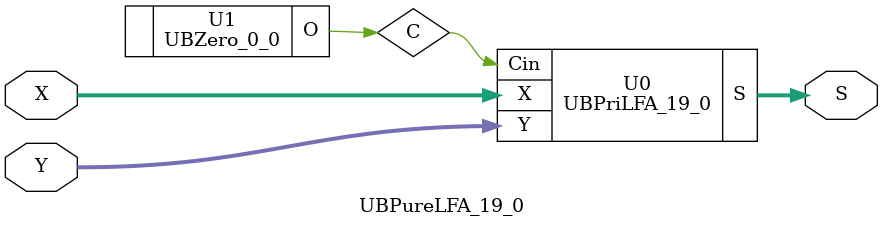
<source format=v>
/*----------------------------------------------------------------------------
  Copyright (c) 2021 Homma laboratory. All rights reserved.

  Top module: UBLFA_19_0_19_0

  Operand-1 length: 20
  Operand-2 length: 20
  Two-operand addition algorithm: Ladner-Fischer adder
----------------------------------------------------------------------------*/

module GPGenerator(Go, Po, A, B);
  output Go;
  output Po;
  input A;
  input B;
  assign Go = A & B;
  assign Po = A ^ B;
endmodule

module CarryOperator(Go, Po, Gi1, Pi1, Gi2, Pi2);
  output Go;
  output Po;
  input Gi1;
  input Gi2;
  input Pi1;
  input Pi2;
  assign Go = Gi1 | ( Gi2 & Pi1 );
  assign Po = Pi1 & Pi2;
endmodule

module UBPriLFA_19_0(S, X, Y, Cin);
  output [20:0] S;
  input Cin;
  input [19:0] X;
  input [19:0] Y;
  wire [19:0] G0;
  wire [19:0] G1;
  wire [19:0] G2;
  wire [19:0] G3;
  wire [19:0] G4;
  wire [19:0] G5;
  wire [19:0] P0;
  wire [19:0] P1;
  wire [19:0] P2;
  wire [19:0] P3;
  wire [19:0] P4;
  wire [19:0] P5;
  assign P1[0] = P0[0];
  assign G1[0] = G0[0];
  assign P1[2] = P0[2];
  assign G1[2] = G0[2];
  assign P1[4] = P0[4];
  assign G1[4] = G0[4];
  assign P1[6] = P0[6];
  assign G1[6] = G0[6];
  assign P1[8] = P0[8];
  assign G1[8] = G0[8];
  assign P1[10] = P0[10];
  assign G1[10] = G0[10];
  assign P1[12] = P0[12];
  assign G1[12] = G0[12];
  assign P1[14] = P0[14];
  assign G1[14] = G0[14];
  assign P1[16] = P0[16];
  assign G1[16] = G0[16];
  assign P1[18] = P0[18];
  assign G1[18] = G0[18];
  assign P2[0] = P1[0];
  assign G2[0] = G1[0];
  assign P2[1] = P1[1];
  assign G2[1] = G1[1];
  assign P2[4] = P1[4];
  assign G2[4] = G1[4];
  assign P2[5] = P1[5];
  assign G2[5] = G1[5];
  assign P2[8] = P1[8];
  assign G2[8] = G1[8];
  assign P2[9] = P1[9];
  assign G2[9] = G1[9];
  assign P2[12] = P1[12];
  assign G2[12] = G1[12];
  assign P2[13] = P1[13];
  assign G2[13] = G1[13];
  assign P2[16] = P1[16];
  assign G2[16] = G1[16];
  assign P2[17] = P1[17];
  assign G2[17] = G1[17];
  assign P3[0] = P2[0];
  assign G3[0] = G2[0];
  assign P3[1] = P2[1];
  assign G3[1] = G2[1];
  assign P3[2] = P2[2];
  assign G3[2] = G2[2];
  assign P3[3] = P2[3];
  assign G3[3] = G2[3];
  assign P3[8] = P2[8];
  assign G3[8] = G2[8];
  assign P3[9] = P2[9];
  assign G3[9] = G2[9];
  assign P3[10] = P2[10];
  assign G3[10] = G2[10];
  assign P3[11] = P2[11];
  assign G3[11] = G2[11];
  assign P3[16] = P2[16];
  assign G3[16] = G2[16];
  assign P3[17] = P2[17];
  assign G3[17] = G2[17];
  assign P3[18] = P2[18];
  assign G3[18] = G2[18];
  assign P3[19] = P2[19];
  assign G3[19] = G2[19];
  assign P4[0] = P3[0];
  assign G4[0] = G3[0];
  assign P4[1] = P3[1];
  assign G4[1] = G3[1];
  assign P4[2] = P3[2];
  assign G4[2] = G3[2];
  assign P4[3] = P3[3];
  assign G4[3] = G3[3];
  assign P4[4] = P3[4];
  assign G4[4] = G3[4];
  assign P4[5] = P3[5];
  assign G4[5] = G3[5];
  assign P4[6] = P3[6];
  assign G4[6] = G3[6];
  assign P4[7] = P3[7];
  assign G4[7] = G3[7];
  assign P4[16] = P3[16];
  assign G4[16] = G3[16];
  assign P4[17] = P3[17];
  assign G4[17] = G3[17];
  assign P4[18] = P3[18];
  assign G4[18] = G3[18];
  assign P4[19] = P3[19];
  assign G4[19] = G3[19];
  assign P5[0] = P4[0];
  assign G5[0] = G4[0];
  assign P5[1] = P4[1];
  assign G5[1] = G4[1];
  assign P5[2] = P4[2];
  assign G5[2] = G4[2];
  assign P5[3] = P4[3];
  assign G5[3] = G4[3];
  assign P5[4] = P4[4];
  assign G5[4] = G4[4];
  assign P5[5] = P4[5];
  assign G5[5] = G4[5];
  assign P5[6] = P4[6];
  assign G5[6] = G4[6];
  assign P5[7] = P4[7];
  assign G5[7] = G4[7];
  assign P5[8] = P4[8];
  assign G5[8] = G4[8];
  assign P5[9] = P4[9];
  assign G5[9] = G4[9];
  assign P5[10] = P4[10];
  assign G5[10] = G4[10];
  assign P5[11] = P4[11];
  assign G5[11] = G4[11];
  assign P5[12] = P4[12];
  assign G5[12] = G4[12];
  assign P5[13] = P4[13];
  assign G5[13] = G4[13];
  assign P5[14] = P4[14];
  assign G5[14] = G4[14];
  assign P5[15] = P4[15];
  assign G5[15] = G4[15];
  assign S[0] = Cin ^ P0[0];
  assign S[1] = ( G5[0] | ( P5[0] & Cin ) ) ^ P0[1];
  assign S[2] = ( G5[1] | ( P5[1] & Cin ) ) ^ P0[2];
  assign S[3] = ( G5[2] | ( P5[2] & Cin ) ) ^ P0[3];
  assign S[4] = ( G5[3] | ( P5[3] & Cin ) ) ^ P0[4];
  assign S[5] = ( G5[4] | ( P5[4] & Cin ) ) ^ P0[5];
  assign S[6] = ( G5[5] | ( P5[5] & Cin ) ) ^ P0[6];
  assign S[7] = ( G5[6] | ( P5[6] & Cin ) ) ^ P0[7];
  assign S[8] = ( G5[7] | ( P5[7] & Cin ) ) ^ P0[8];
  assign S[9] = ( G5[8] | ( P5[8] & Cin ) ) ^ P0[9];
  assign S[10] = ( G5[9] | ( P5[9] & Cin ) ) ^ P0[10];
  assign S[11] = ( G5[10] | ( P5[10] & Cin ) ) ^ P0[11];
  assign S[12] = ( G5[11] | ( P5[11] & Cin ) ) ^ P0[12];
  assign S[13] = ( G5[12] | ( P5[12] & Cin ) ) ^ P0[13];
  assign S[14] = ( G5[13] | ( P5[13] & Cin ) ) ^ P0[14];
  assign S[15] = ( G5[14] | ( P5[14] & Cin ) ) ^ P0[15];
  assign S[16] = ( G5[15] | ( P5[15] & Cin ) ) ^ P0[16];
  assign S[17] = ( G5[16] | ( P5[16] & Cin ) ) ^ P0[17];
  assign S[18] = ( G5[17] | ( P5[17] & Cin ) ) ^ P0[18];
  assign S[19] = ( G5[18] | ( P5[18] & Cin ) ) ^ P0[19];
  assign S[20] = G5[19] | ( P5[19] & Cin );
  GPGenerator U0 (G0[0], P0[0], X[0], Y[0]);
  GPGenerator U1 (G0[1], P0[1], X[1], Y[1]);
  GPGenerator U2 (G0[2], P0[2], X[2], Y[2]);
  GPGenerator U3 (G0[3], P0[3], X[3], Y[3]);
  GPGenerator U4 (G0[4], P0[4], X[4], Y[4]);
  GPGenerator U5 (G0[5], P0[5], X[5], Y[5]);
  GPGenerator U6 (G0[6], P0[6], X[6], Y[6]);
  GPGenerator U7 (G0[7], P0[7], X[7], Y[7]);
  GPGenerator U8 (G0[8], P0[8], X[8], Y[8]);
  GPGenerator U9 (G0[9], P0[9], X[9], Y[9]);
  GPGenerator U10 (G0[10], P0[10], X[10], Y[10]);
  GPGenerator U11 (G0[11], P0[11], X[11], Y[11]);
  GPGenerator U12 (G0[12], P0[12], X[12], Y[12]);
  GPGenerator U13 (G0[13], P0[13], X[13], Y[13]);
  GPGenerator U14 (G0[14], P0[14], X[14], Y[14]);
  GPGenerator U15 (G0[15], P0[15], X[15], Y[15]);
  GPGenerator U16 (G0[16], P0[16], X[16], Y[16]);
  GPGenerator U17 (G0[17], P0[17], X[17], Y[17]);
  GPGenerator U18 (G0[18], P0[18], X[18], Y[18]);
  GPGenerator U19 (G0[19], P0[19], X[19], Y[19]);
  CarryOperator U20 (G1[1], P1[1], G0[1], P0[1], G0[0], P0[0]);
  CarryOperator U21 (G1[3], P1[3], G0[3], P0[3], G0[2], P0[2]);
  CarryOperator U22 (G1[5], P1[5], G0[5], P0[5], G0[4], P0[4]);
  CarryOperator U23 (G1[7], P1[7], G0[7], P0[7], G0[6], P0[6]);
  CarryOperator U24 (G1[9], P1[9], G0[9], P0[9], G0[8], P0[8]);
  CarryOperator U25 (G1[11], P1[11], G0[11], P0[11], G0[10], P0[10]);
  CarryOperator U26 (G1[13], P1[13], G0[13], P0[13], G0[12], P0[12]);
  CarryOperator U27 (G1[15], P1[15], G0[15], P0[15], G0[14], P0[14]);
  CarryOperator U28 (G1[17], P1[17], G0[17], P0[17], G0[16], P0[16]);
  CarryOperator U29 (G1[19], P1[19], G0[19], P0[19], G0[18], P0[18]);
  CarryOperator U30 (G2[2], P2[2], G1[2], P1[2], G1[1], P1[1]);
  CarryOperator U31 (G2[3], P2[3], G1[3], P1[3], G1[1], P1[1]);
  CarryOperator U32 (G2[6], P2[6], G1[6], P1[6], G1[5], P1[5]);
  CarryOperator U33 (G2[7], P2[7], G1[7], P1[7], G1[5], P1[5]);
  CarryOperator U34 (G2[10], P2[10], G1[10], P1[10], G1[9], P1[9]);
  CarryOperator U35 (G2[11], P2[11], G1[11], P1[11], G1[9], P1[9]);
  CarryOperator U36 (G2[14], P2[14], G1[14], P1[14], G1[13], P1[13]);
  CarryOperator U37 (G2[15], P2[15], G1[15], P1[15], G1[13], P1[13]);
  CarryOperator U38 (G2[18], P2[18], G1[18], P1[18], G1[17], P1[17]);
  CarryOperator U39 (G2[19], P2[19], G1[19], P1[19], G1[17], P1[17]);
  CarryOperator U40 (G3[4], P3[4], G2[4], P2[4], G2[3], P2[3]);
  CarryOperator U41 (G3[5], P3[5], G2[5], P2[5], G2[3], P2[3]);
  CarryOperator U42 (G3[6], P3[6], G2[6], P2[6], G2[3], P2[3]);
  CarryOperator U43 (G3[7], P3[7], G2[7], P2[7], G2[3], P2[3]);
  CarryOperator U44 (G3[12], P3[12], G2[12], P2[12], G2[11], P2[11]);
  CarryOperator U45 (G3[13], P3[13], G2[13], P2[13], G2[11], P2[11]);
  CarryOperator U46 (G3[14], P3[14], G2[14], P2[14], G2[11], P2[11]);
  CarryOperator U47 (G3[15], P3[15], G2[15], P2[15], G2[11], P2[11]);
  CarryOperator U48 (G4[8], P4[8], G3[8], P3[8], G3[7], P3[7]);
  CarryOperator U49 (G4[9], P4[9], G3[9], P3[9], G3[7], P3[7]);
  CarryOperator U50 (G4[10], P4[10], G3[10], P3[10], G3[7], P3[7]);
  CarryOperator U51 (G4[11], P4[11], G3[11], P3[11], G3[7], P3[7]);
  CarryOperator U52 (G4[12], P4[12], G3[12], P3[12], G3[7], P3[7]);
  CarryOperator U53 (G4[13], P4[13], G3[13], P3[13], G3[7], P3[7]);
  CarryOperator U54 (G4[14], P4[14], G3[14], P3[14], G3[7], P3[7]);
  CarryOperator U55 (G4[15], P4[15], G3[15], P3[15], G3[7], P3[7]);
  CarryOperator U56 (G5[16], P5[16], G4[16], P4[16], G4[15], P4[15]);
  CarryOperator U57 (G5[17], P5[17], G4[17], P4[17], G4[15], P4[15]);
  CarryOperator U58 (G5[18], P5[18], G4[18], P4[18], G4[15], P4[15]);
  CarryOperator U59 (G5[19], P5[19], G4[19], P4[19], G4[15], P4[15]);
endmodule

module UBZero_0_0(O);
  output [0:0] O;
  assign O[0] = 0;
endmodule

module UBLFA_19_0_19_0 (S, X, Y);
  output [20:0] S;
  input [19:0] X;
  input [19:0] Y;
  UBPureLFA_19_0 U0 (S[20:0], X[19:0], Y[19:0]);
endmodule

module UBPureLFA_19_0 (S, X, Y);
  output [20:0] S;
  input [19:0] X;
  input [19:0] Y;
  wire C;
  UBPriLFA_19_0 U0 (S, X, Y, C);
  UBZero_0_0 U1 (C);
endmodule


</source>
